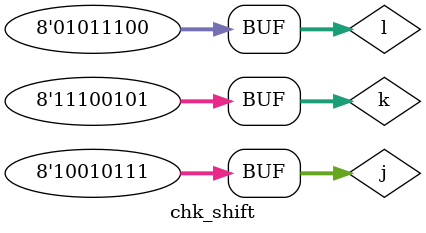
<source format=v>
module arithm;
	//declaring data types
	wire a,b,c;
	reg [3:0] t1,t2;
	wire [3:0] t3;
	//assigning values using data flow modelling
	assign c=a+b;
	assign t3=t1+t2;
	//end of module
endmodule

	//module declaration for logical operation
module logical;
	//declaring data types
	integer a,b,c;
	// using procedural block to compare variables
	initial begin 
		if ((a>b) && (a>c))
		$display("a is greatest");
		else 
		$display("a is not greatest");
	//end of prodcedural block
	end
	//end of module
endmodule
	
	//module declaration
module fdr;
	//declaring data types
	reg a,b,c;
	//using procedural block 'always'
	always begin
		c= a || !b;
	end
	//end of module
endmodule


module equality ;
	
	reg [3:0] a,b,c,d;

	initial begin
		a=4'b1101;
		b=4'b1101;
		c=4'b11x0;
		d=4'b11x0;

		if (a == b)
			$display("a and b are equal");
		else
			$display("a and b are not equal");

		if (c===d)
			$display("c and d are equal");
		else
			$display("c and d are not equal");

	end
endmodule


module chk_shift;

	reg [7:0] a,b,c;
	reg signed [7:0] j,k,l;

	initial begin
		/*a=8'b10100111;
		b=a>>2;
		c=a<<2;*/

		j=8'b10010111;
		k=j>>>2;
		l=j<<<2;
	end
endmodule

</source>
